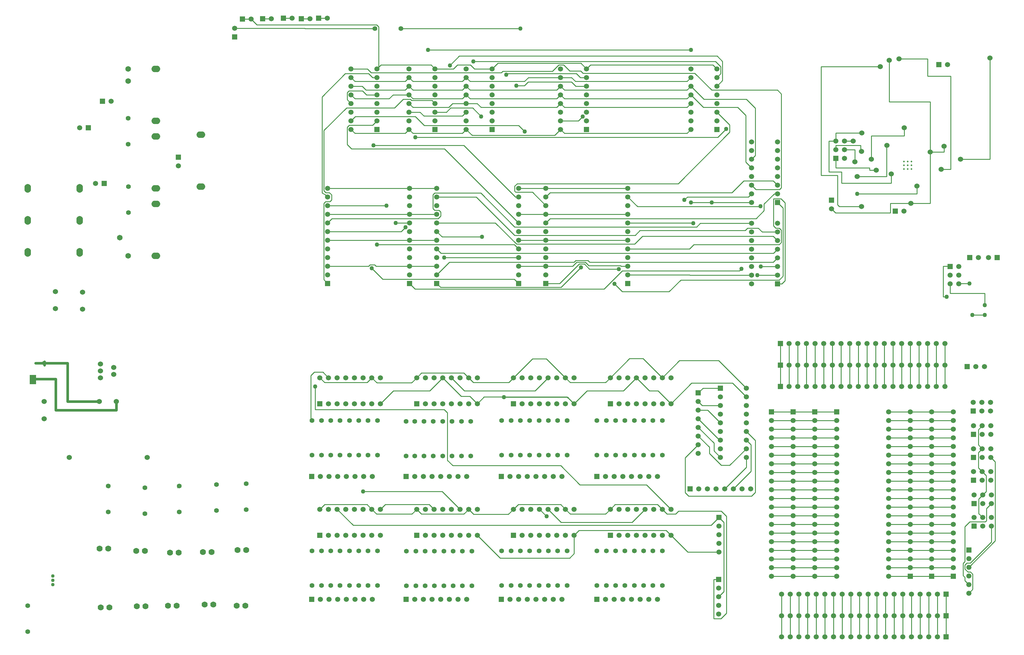
<source format=gbr>
G04 Layer_Physical_Order=2*
G04 Layer_Color=16711680*
%FSLAX26Y26*%
%MOIN*%
%TF.FileFunction,Copper,L2,Bot,Signal*%
%TF.Part,Single*%
G01*
G75*
%TA.AperFunction,NonConductor*%
%ADD26C,0.030000*%
%ADD27C,0.010000*%
%TA.AperFunction,ComponentPad*%
%ADD35C,0.059055*%
%ADD36R,0.059055X0.059055*%
%ADD37R,0.059055X0.059055*%
%ADD38C,0.055118*%
%TA.AperFunction,ViaPad*%
%ADD39C,0.060000*%
%TA.AperFunction,ComponentPad*%
%ADD40R,0.059000X0.059000*%
%ADD41C,0.059000*%
%ADD42O,0.100000X0.075000*%
%ADD43O,0.075000X0.100000*%
%ADD44C,0.065000*%
%ADD45C,0.070000*%
%TA.AperFunction,ViaPad*%
%ADD46C,0.050000*%
%ADD47C,0.019685*%
%ADD48C,0.040000*%
%TA.AperFunction,NonConductor*%
%ADD49R,0.075000X0.105000*%
D26*
X1415000Y3705000D02*
X2113425D01*
Y3805000D01*
X1180000Y4250000D02*
X1550000D01*
Y3805000D02*
Y4250000D01*
X1285000Y4225000D02*
Y4265000D01*
X1185000Y4065000D02*
X1415000D01*
Y3705000D02*
Y4065000D01*
X1550000Y3805000D02*
X1916575D01*
D27*
Y3805000D01*
X5583096Y2560000D02*
X5638096Y2505000D01*
X6128096D01*
X6183096Y2560000D01*
X4465000D02*
X4520000Y2615000D01*
X5010000D01*
X5065000Y2560000D01*
X7246190Y2615000D02*
X7301190Y2560000D01*
X6756190Y2615000D02*
X7246190D01*
X6701190Y2560000D02*
X6756190Y2615000D01*
X6128096Y4135000D02*
X6183096Y4080000D01*
X5638096Y4135000D02*
X6128096D01*
X5583096Y4080000D02*
X5638096Y4135000D01*
X8364286Y2615000D02*
X8419286Y2560000D01*
X7874286Y2615000D02*
X8364286D01*
X7819286Y2560000D02*
X7874286Y2615000D01*
X4465000Y4080000D02*
X4520000Y4025000D01*
X5010000D01*
X5065000Y4080000D01*
X7819286D02*
X8042286Y4303000D01*
X8196286D01*
X8419286Y4080000D01*
X5728096Y2615000D02*
X5783096Y2560000D01*
X5220000Y2615000D02*
X5728096D01*
X5165000Y2560000D02*
X5220000Y2615000D01*
X5983096Y4080000D02*
X6133096Y3930000D01*
X6951190D01*
X7101190Y4080000D01*
X8069286Y2410000D02*
X8219286Y2560000D01*
X7251190Y2410000D02*
X8069286D01*
X7101190Y2560000D02*
X7251190Y2410000D01*
X9072000Y4278000D02*
X9390000Y3960000D01*
X8617286Y4278000D02*
X9072000D01*
X8419286Y4080000D02*
X8617286Y4278000D01*
X9232214Y4017786D02*
X9390000Y3860000D01*
X8757072Y4017786D02*
X9232214D01*
X8519286Y3780000D02*
X8757072Y4017786D01*
X5883096Y4080000D02*
X6099096Y3864000D01*
X6199096D01*
X6283096Y3780000D01*
X5877096Y2766000D02*
X6083096Y2560000D01*
X4965000Y2766000D02*
X5877096D01*
X5733096Y3930000D02*
X5883096Y4080000D01*
X5315000Y3930000D02*
X5733096D01*
X5165000Y3780000D02*
X5315000Y3930000D01*
X9075000Y2465000D02*
X9130000Y2410000D01*
Y1610000D02*
Y2410000D01*
X9070000Y1550000D02*
X9130000Y1610000D01*
X8419286Y2560000D02*
X8474286Y2505000D01*
X8574000D01*
X8609000Y2540000D01*
X9100000D01*
X9160000Y2480000D01*
Y1359000D02*
Y2480000D01*
X9096000Y1295000D02*
X9160000Y1359000D01*
X9015000Y1295000D02*
X9096000D01*
X9015000D02*
Y1750000D01*
X9070000D01*
X8119286Y4080000D02*
X8269286Y3930000D01*
X8369286D01*
X8519286Y3780000D01*
X7326190Y3855000D02*
X7401190Y3780000D01*
Y2260000D02*
X7456190Y2315000D01*
X8464286D01*
X8519286Y2260000D01*
X7001190Y2560000D02*
X7084190Y2477000D01*
X4500000Y4145000D02*
X4565000Y4080000D01*
X4400000Y4145000D02*
X4500000D01*
X4360000Y4105000D02*
X4400000Y4145000D01*
X4360000Y3585000D02*
X4374882D01*
X9140000Y2795000D02*
X9390000Y3045000D01*
Y3160000D01*
Y3360000D02*
X9445000Y3305000D01*
Y3000000D02*
Y3305000D01*
X9240000Y2795000D02*
X9445000Y3000000D01*
X9016000Y3234000D02*
X9090000Y3160000D01*
X9016000Y3234000D02*
Y3324000D01*
X8835000Y3505000D02*
X9016000Y3324000D01*
X8835000Y3405000D02*
X8963000Y3277000D01*
Y3204000D02*
Y3277000D01*
Y3204000D02*
X9100000Y3067000D01*
X9197000D01*
X9390000Y3260000D01*
X8835000Y3605000D02*
X9060000Y3380000D01*
X9090000Y3360000D02*
Y3380000D01*
X9390000Y3460000D02*
X9495000Y3355000D01*
Y2755000D02*
Y3355000D01*
X9451000Y2711000D02*
X9495000Y2755000D01*
X8725000Y2711000D02*
X9451000D01*
X8685000Y2751000D02*
X8725000Y2711000D01*
X8685000Y2751000D02*
Y3155000D01*
X8835000Y3305000D01*
Y3705000D02*
X8945000D01*
X9090000Y3560000D01*
X8835000Y3805000D02*
X8880000Y3760000D01*
X9090000D01*
X8835000Y3905000D02*
X8890000Y3960000D01*
X9090000D01*
X4665000Y2560000D02*
X4851000Y2374000D01*
X8984000D01*
X9075000Y2465000D01*
X4410000Y3713000D02*
Y3980000D01*
Y3713000D02*
X5901000D01*
X5938000Y3676000D01*
Y3126000D02*
Y3676000D01*
Y3126000D02*
X6000000Y3064000D01*
X7246000D01*
X7469000Y2841000D01*
X8238286D01*
X8519286Y2560000D01*
X6283096Y2260000D02*
X6547096Y1996000D01*
X7350000D01*
X7401190Y2047190D01*
Y2260000D01*
X8519286D02*
X8714286Y2065000D01*
X9075000D01*
X7322190Y3855000D02*
X7401190Y3780000D01*
X7322190Y3855000D02*
Y3859000D01*
X6283096Y3780000D02*
X6362096Y3859000D01*
X7401190Y3780000D02*
X7551190Y3930000D01*
X7969286D01*
X8119286Y4080000D01*
X6642190Y2501000D02*
X6701190Y2560000D01*
X6242096Y2501000D02*
X6642190D01*
X6183096Y2560000D02*
X6242096Y2501000D01*
X7764286Y2505000D02*
X7819286Y2560000D01*
X7356190Y2505000D02*
X7764286D01*
X7301190Y2560000D02*
X7356190Y2505000D01*
X5528096D02*
X5583096Y2560000D01*
X5120000Y2505000D02*
X5528096D01*
X5065000Y2560000D02*
X5120000Y2505000D01*
X5524096Y4021000D02*
X5583096Y4080000D01*
X5124000Y4021000D02*
X5524096D01*
X5065000Y4080000D02*
X5124000Y4021000D01*
X6646190Y4025000D02*
X6701190Y4080000D01*
X6238096Y4025000D02*
X6646190D01*
X6183096Y4080000D02*
X6238096Y4025000D01*
X7081190Y4300000D02*
X7301190Y4080000D01*
X6921190Y4300000D02*
X7081190D01*
X6701190Y4080000D02*
X6921190Y4300000D01*
X7764286Y4025000D02*
X7819286Y4080000D01*
X7356190Y4025000D02*
X7764286D01*
X7301190Y4080000D02*
X7356190Y4025000D01*
X9060000Y3380000D02*
X9090000D01*
X4360000Y3585000D02*
Y4105000D01*
X6590000Y3855000D02*
X7322190D01*
X7326190D01*
X6362096Y3859000D02*
X7322190D01*
X11999252Y4805000D02*
X12144252D01*
X11744252Y5055000D02*
X12144252D01*
X11744252D02*
Y5168307D01*
X11662992Y5015000D02*
X11704252D01*
X11662992D02*
Y5368307D01*
X11744252D01*
X11849252Y5168307D02*
X11852559Y5165000D01*
X12144252Y4920000D02*
Y5055000D01*
X11852559Y5165000D02*
X11857559Y5170000D01*
X11962559D01*
X11214252Y6875000D02*
Y6970000D01*
X10834252Y6875000D02*
X11214252D01*
X10834252Y6605000D02*
Y6875000D01*
X10344252Y6815000D02*
X10424252D01*
X10344252Y6460000D02*
Y6815000D01*
Y6460000D02*
X10489252D01*
Y6330000D02*
Y6460000D01*
Y6330000D02*
X11064252D01*
Y6435000D01*
X11009252Y6405000D02*
Y6765433D01*
X10669252Y6405000D02*
X11009252D01*
X10424252Y6505000D02*
Y6615000D01*
Y6505000D02*
X10814252D01*
Y6480000D02*
Y6505000D01*
Y6480000D02*
X10889252D01*
X11289252Y6095000D02*
X11514252D01*
Y6690000D01*
Y7270000D01*
X11042402D02*
X11514252D01*
X11042402D02*
Y7750000D01*
X11359252Y6205866D02*
Y6295000D01*
X10524252Y6815000D02*
X10624252D01*
X10524252Y6715000D02*
X10644252D01*
Y6575000D02*
Y6715000D01*
X10709252Y6694567D02*
Y6765000D01*
X10424252Y6715000D02*
Y6765000D01*
X10709252D01*
Y6694567D02*
X10719252D01*
X10424252Y6910000D02*
X10724252D01*
X10424252Y6815000D02*
Y6910000D01*
X11009252Y6765433D02*
X11014252D01*
X10254252Y7675000D02*
X10936102D01*
X10254252Y6420000D02*
Y7675000D01*
Y6420000D02*
X10444252D01*
Y6080000D02*
Y6420000D01*
Y6080000D02*
X10464252Y6060000D01*
X10719252D01*
X10374252Y6030866D02*
X10420118Y5985000D01*
X11054252D01*
Y6095000D01*
X11154252Y7765000D02*
X11484252D01*
Y7565000D02*
Y7765000D01*
Y7565000D02*
X11749252D01*
Y6490000D02*
Y7565000D01*
X11639252Y6490000D02*
X11749252D01*
X11054252Y6095000D02*
X11289252D01*
X11674252Y6690000D02*
Y6755000D01*
X11514252Y6690000D02*
X11674252D01*
X12204252Y6605000D02*
Y7775000D01*
X11864252Y6605000D02*
X12204252D01*
X10669252Y6205866D02*
X11359252D01*
X11960000Y1890000D02*
X12265000Y2195000D01*
Y3110000D01*
X12215000Y3160000D02*
X12265000Y3110000D01*
X11915000Y1735000D02*
X11960000Y1690000D01*
X11915000Y1735000D02*
Y1773614D01*
X11895472Y1793142D02*
X11915000Y1773614D01*
X11895472Y1793142D02*
Y1935000D01*
X11915000Y1954528D01*
Y2360000D01*
X11970000Y2415000D01*
X12150000D01*
X12165000Y2430000D01*
Y2570000D01*
X12220000Y2625000D01*
X11960000Y1590000D02*
X12005000Y1635000D01*
Y1810000D01*
X11980000Y1835000D02*
X12005000Y1810000D01*
X11950000Y1835000D02*
X11980000D01*
X11915472Y1869528D02*
X11950000Y1835000D01*
X11915472Y1869528D02*
Y1915472D01*
X11938000Y1938000D01*
X11977000D01*
X12220000Y2181000D01*
Y2365000D01*
X12070000Y3480000D02*
X12115000Y3525000D01*
X12070000Y3305000D02*
Y3480000D01*
Y3305000D02*
X12115000Y3260000D01*
X12070000Y3215000D02*
X12115000Y3260000D01*
X12070000Y3040000D02*
Y3215000D01*
Y3040000D02*
X12115000Y2995000D01*
X12120000Y2725000D02*
X12160000Y2765000D01*
Y2950000D01*
X12115000Y2995000D02*
X12160000Y2950000D01*
X12075000Y2680000D02*
X12120000Y2725000D01*
X12075000Y2510000D02*
Y2680000D01*
Y2510000D02*
X12120000Y2465000D01*
X11035000Y1785000D02*
X11285000D01*
X11530000D01*
X11780000D01*
X11285000Y1885000D02*
X11530000D01*
X11780000D01*
X11035000Y1985000D02*
X11285000D01*
X11530000D01*
X11780000D01*
X11035000Y2085000D02*
X11285000D01*
X11530000D01*
X11780000D01*
X11035000Y2185000D02*
X11285000D01*
X11530000D01*
X11780000D01*
X11035000Y2285000D02*
X11285000D01*
X11530000D01*
X11780000D01*
X11285000Y2385000D02*
X11530000D01*
X11780000D01*
X11035000Y2485000D02*
X11285000D01*
X11530000D01*
X11780000D01*
X11035000Y2585000D02*
X11285000D01*
X11530000D01*
X11780000D01*
X11035000Y2685000D02*
X11285000D01*
X11530000D01*
X11780000D01*
X11035000Y2785000D02*
X11285000D01*
X11530000D01*
X11780000D01*
X11035000Y2885000D02*
X11285000D01*
X11530000D01*
X11780000D01*
X11035000Y2985000D02*
X11285000D01*
X11530000D01*
X11780000D01*
X11035000Y3085000D02*
X11285000D01*
X11530000D01*
X11780000D01*
X11035000Y3185000D02*
X11285000D01*
X11530000D01*
X11780000D01*
X11035000Y3285000D02*
X11285000D01*
X11530000D01*
X11780000D01*
X11035000Y3385000D02*
X11285000D01*
X11530000D01*
X11780000D01*
X11285000Y3485000D02*
X11530000D01*
X11780000D01*
X11035000Y3585000D02*
X11285000D01*
X11530000D01*
X11780000D01*
X11285000Y3685000D02*
X11530000D01*
X11780000D01*
X9680000D02*
X9930000D01*
X10180000D01*
X10435000D01*
X9680000Y3585000D02*
X9930000D01*
X10180000D01*
X10435000D01*
X9680000Y3485000D02*
X9930000D01*
X10180000D01*
X9680000Y3385000D02*
X9930000D01*
X10180000D01*
X10435000D01*
X9680000Y3285000D02*
X9930000D01*
X10180000D01*
X10435000D01*
X9680000Y3185000D02*
X9930000D01*
X10180000D01*
X9680000Y3085000D02*
X9930000D01*
X10180000D01*
X10435000D01*
X9680000Y2985000D02*
X9930000D01*
X10180000D01*
X9680000Y2885000D02*
X9930000D01*
X10180000D01*
X10435000D01*
X9680000Y2785000D02*
X9930000D01*
X10180000D01*
X10435000D01*
X9680000Y2685000D02*
X9930000D01*
X10180000D01*
X9680000Y2585000D02*
X9930000D01*
X10180000D01*
X9680000Y2485000D02*
X9930000D01*
X10180000D01*
X9680000Y2385000D02*
X9930000D01*
X10180000D01*
X10435000D01*
X9680000Y2285000D02*
X9930000D01*
X10180000D01*
X10435000D01*
X9680000Y2185000D02*
X9930000D01*
X10180000D01*
X9680000Y2085000D02*
X9930000D01*
X10180000D01*
X10435000D01*
X9680000Y1985000D02*
X9930000D01*
X10180000D01*
X10435000D01*
X9680000Y1885000D02*
X9930000D01*
X10180000D01*
X10435000D01*
X9680000Y1785000D02*
X9930000D01*
X10180000D01*
X11699000Y1085000D02*
Y1330000D01*
Y1580000D01*
X11599000Y1085000D02*
Y1330000D01*
Y1580000D01*
X11499000Y1085000D02*
Y1330000D01*
Y1580000D01*
X11399000Y1085000D02*
Y1330000D01*
Y1580000D01*
X11299000Y1085000D02*
Y1330000D01*
Y1580000D01*
X11199000Y1085000D02*
Y1330000D01*
Y1580000D01*
X11099000Y1085000D02*
Y1330000D01*
Y1580000D01*
X10999000Y1085000D02*
Y1330000D01*
Y1580000D01*
X10899000Y1085000D02*
Y1330000D01*
Y1580000D01*
X10799000Y1085000D02*
Y1330000D01*
Y1580000D01*
X10699000Y1085000D02*
Y1330000D01*
Y1580000D01*
X10599000Y1085000D02*
Y1330000D01*
Y1580000D01*
X10499000Y1085000D02*
Y1330000D01*
Y1580000D01*
X10399000Y1085000D02*
Y1330000D01*
Y1580000D01*
X10299000Y1085000D02*
Y1330000D01*
Y1580000D01*
X10199000Y1085000D02*
Y1330000D01*
Y1580000D01*
X10099000Y1085000D02*
Y1330000D01*
Y1580000D01*
X9999000Y1085000D02*
Y1330000D01*
Y1580000D01*
X9899000Y1085000D02*
Y1330000D01*
Y1580000D01*
X9799000Y1085000D02*
Y1330000D01*
Y1580000D01*
X9785000Y3980000D02*
Y4225000D01*
Y4475000D01*
X9885000Y3980000D02*
Y4225000D01*
Y4475000D01*
X9985000Y3980000D02*
Y4225000D01*
Y4475000D01*
X10085000Y3980000D02*
Y4225000D01*
Y4475000D01*
X10185000Y3980000D02*
Y4225000D01*
Y4475000D01*
X10285000Y3980000D02*
Y4225000D01*
Y4475000D01*
X10385000Y3980000D02*
Y4225000D01*
Y4475000D01*
X10485000Y3980000D02*
Y4225000D01*
Y4475000D01*
X10585000Y3980000D02*
Y4225000D01*
Y4475000D01*
X10685000Y3980000D02*
Y4225000D01*
Y4475000D01*
X10785000Y3980000D02*
Y4225000D01*
Y4475000D01*
X10885000Y3980000D02*
Y4225000D01*
Y4475000D01*
X10985000Y3980000D02*
Y4225000D01*
Y4475000D01*
X11085000Y3980000D02*
Y4225000D01*
Y4475000D01*
X11185000Y3980000D02*
Y4225000D01*
Y4475000D01*
X11285000Y3980000D02*
Y4225000D01*
Y4475000D01*
X11385000Y3980000D02*
Y4225000D01*
Y4475000D01*
X11485000Y3980000D02*
Y4225000D01*
Y4475000D01*
X11585000Y3980000D02*
Y4225000D01*
Y4475000D01*
X11685000Y3980000D02*
Y4225000D01*
Y4475000D01*
X10180000Y1785000D02*
X10435000D01*
X10180000Y2185000D02*
X10435000D01*
X10180000Y2485000D02*
X10435000D01*
X10180000Y2585000D02*
X10435000D01*
X10180000Y2685000D02*
X10435000D01*
X10180000Y2985000D02*
X10435000D01*
X10180000Y3185000D02*
X10435000D01*
X10180000Y3485000D02*
X10435000D01*
X11035000D02*
X11279000D01*
X11035000Y3685000D02*
X11285000D01*
X11035000Y2385000D02*
X11285000D01*
X11035000Y1885000D02*
X11285000D01*
X5143000Y7668000D02*
Y8135000D01*
Y7650000D02*
Y7668000D01*
X5170000Y7695000D01*
X5125000Y7650000D02*
X5143000Y7668000D01*
X8990000Y6105000D02*
X9450000D01*
X8750000D02*
X8990000D01*
X5905000Y6725000D02*
X6760000Y5870000D01*
X4830000Y6725000D02*
X5905000D01*
X4780000Y6775000D02*
X4830000Y6725000D01*
X4780000Y6775000D02*
Y6975000D01*
X4805000Y7000000D01*
X5075000D01*
X5125000Y7050000D01*
X5085000Y6766000D02*
X6127112D01*
X6723112Y6170000D01*
X6760000D01*
X7245000Y7250000D02*
X7290000Y7205000D01*
X8705000D01*
X8750000Y7250000D01*
X5998000D02*
X6155000D01*
X5953000Y7205000D02*
X5998000Y7250000D01*
X5540000Y7205000D02*
X5953000D01*
X5495000Y7250000D02*
X5540000Y7205000D01*
X4780000Y7295000D02*
X4825000Y7250000D01*
X4780000Y7295000D02*
Y7375000D01*
X4800000Y7395000D01*
X4959000D01*
X5004000Y7350000D01*
X5125000D01*
X4528724Y6196276D02*
X4555000Y6170000D01*
X4490472Y6215000D02*
X4528724Y6196276D01*
X4490472Y6215000D02*
Y7326472D01*
X4759000Y7595000D01*
X5028208D01*
X5073208Y7550000D01*
X5125000D01*
X7545000Y7650000D02*
X7590000Y7695000D01*
X9005000D01*
X9050000Y7650000D01*
X7480472Y7714528D02*
X7545000Y7650000D01*
X6519528Y7714528D02*
X7480472D01*
X6455000Y7650000D02*
X6519528Y7714528D01*
X5170000Y7695000D02*
X5750000D01*
X5795000Y7650000D01*
X4825000D02*
X5013472D01*
X5058000Y7605472D01*
X6559472D01*
X6577000Y7623000D01*
X7151000D01*
X7222528Y7694528D01*
X7280472D01*
X7351000Y7624000D01*
X7479000D01*
X7503000Y7600000D01*
X8795000D01*
X8991000Y7404000D01*
X9750000D01*
X9795000Y7359000D01*
Y6275000D02*
Y7359000D01*
X9775000Y6255000D02*
X9795000Y6275000D01*
X9500000Y6255000D02*
X9775000D01*
X9450000Y6305000D02*
X9500000Y6255000D01*
X4825000Y7550000D02*
X4870000Y7505000D01*
X5450000D01*
X5495000Y7550000D01*
X9450000Y6605000D02*
X9495000Y6650000D01*
Y7195000D01*
X9390000Y7300000D02*
X9495000Y7195000D01*
X8900000Y7300000D02*
X9390000D01*
X8750000Y7450000D02*
X8900000Y7300000D01*
X7245000Y7450000D02*
X7290000Y7405000D01*
X8705000D01*
X8750000Y7450000D01*
X6155000D02*
X6200000Y7405000D01*
X7200000D01*
X7245000Y7450000D01*
X9383000Y6572000D02*
X9450000Y6505000D01*
X9383000Y6572000D02*
Y7113000D01*
X9291000Y7205000D02*
X9383000Y7113000D01*
X8895000Y7205000D02*
X9291000D01*
X8750000Y7350000D02*
X8895000Y7205000D01*
X7245000Y7350000D02*
X7290000Y7305000D01*
X8705000D01*
X8750000Y7350000D01*
X4825000D02*
X4870000Y7305000D01*
X5265000D01*
X5310000Y7350000D01*
X5495000D01*
X5540000Y7305000D01*
X6110000D01*
X6155000Y7350000D01*
X6762000Y6995000D02*
X6832000Y6925000D01*
X5671000Y6995000D02*
X6762000D01*
X5566000Y7100000D02*
X5671000Y6995000D01*
X4875000Y7100000D02*
X5566000D01*
X4825000Y7050000D02*
X4875000Y7100000D01*
X7245000Y6950000D02*
X7290000Y6905000D01*
X8705000D01*
X8750000Y6950000D01*
X7177020Y6882020D02*
X7245000Y6950000D01*
X6222980Y6882020D02*
X7177020D01*
X6155000Y6950000D02*
X6222980Y6882020D01*
X4825000Y6950000D02*
X4870000Y6905000D01*
X5450000D01*
X5495000Y6950000D01*
X5540000Y6905000D01*
X6110000D01*
X6155000Y6950000D01*
X9700000Y6355000D02*
X9750000Y6305000D01*
X9360000Y6355000D02*
X9700000D01*
X9225000Y6220000D02*
X9360000Y6355000D01*
X7125000Y6220000D02*
X9225000D01*
X7075000Y6170000D02*
X7125000Y6220000D01*
X5342000Y5870000D02*
X5500000D01*
X9750000Y5165000D02*
X9801000D01*
X9839000Y5203000D01*
Y6101000D01*
X9790000Y6150000D02*
X9839000Y6101000D01*
X9705000Y6150000D02*
X9790000D01*
X9705000Y5834528D02*
Y6150000D01*
Y5834528D02*
X9730000Y5809528D01*
X9770000D01*
X9794528Y5785000D01*
Y5644528D02*
Y5785000D01*
X9770000Y5620000D02*
X9794528Y5644528D01*
X8785000Y5620000D02*
X9770000D01*
X8735000Y5570000D02*
X8785000Y5620000D01*
X8020000Y5570000D02*
X8735000D01*
X5815000Y5270000D02*
X5960000Y5415000D01*
X7400000D01*
X7420000Y5435000D01*
X7560000D01*
X7580000Y5415000D01*
X9700000D01*
X9750000Y5465000D01*
X9705000Y5520000D02*
X9750000Y5565000D01*
X5865000Y5520000D02*
X9705000D01*
X5815000Y5570000D02*
X5865000Y5520000D01*
X5815000Y5870000D02*
X6491000D01*
X6736000Y5625000D01*
X8102000D01*
X8192000Y5715000D01*
X9700000D01*
X9750000Y5665000D01*
X9573000Y5765000D02*
X9750000D01*
X9528000Y5810000D02*
X9573000Y5765000D01*
X9405000Y5810000D02*
X9528000D01*
X9376000Y5781000D02*
X9405000Y5810000D01*
X8162000Y5781000D02*
X9376000D01*
X8106000Y5725000D02*
X8162000Y5781000D01*
X6715000Y5725000D02*
X8106000D01*
X6270000Y6170000D02*
X6715000Y5725000D01*
X5815000Y6170000D02*
X6270000D01*
X8740000Y5265000D02*
X9450000D01*
X8735000Y5270000D02*
X8740000Y5265000D01*
X8020000Y5270000D02*
X8735000D01*
X5900000Y5470000D02*
X6760000D01*
X5760000Y7285000D02*
X5795000Y7250000D01*
X5525000Y7285000D02*
X5760000D01*
X5510000Y7300000D02*
X5525000Y7285000D01*
X5428000Y7300000D02*
X5510000D01*
X5328000Y7200000D02*
X5428000Y7300000D01*
X4773000Y7200000D02*
X5328000D01*
X4510472Y6937472D02*
X4773000Y7200000D01*
X4510472Y6242528D02*
Y6937472D01*
Y6242528D02*
X4533000Y6220000D01*
X4575000D01*
X4600000Y6195000D01*
Y6135000D02*
Y6195000D01*
X4580000Y6115000D02*
X4600000Y6135000D01*
X4530000Y6115000D02*
X4580000D01*
X4510000Y6095000D02*
X4530000Y6115000D01*
X4510000Y5215000D02*
Y6095000D01*
Y5215000D02*
X4555000Y5170000D01*
Y5770000D02*
X5405000D01*
X5455000Y5820000D01*
X4555000Y6070000D02*
X5235000D01*
X5065000Y5345000D02*
X5190000Y5220000D01*
X6710000D01*
X6760000Y5170000D01*
X6921000Y6224000D02*
X7075000Y6070000D01*
X6726000Y6224000D02*
X6921000D01*
X6715000Y6235000D02*
X6726000Y6224000D01*
X6715000Y6235000D02*
Y6295000D01*
X6743000Y6323000D01*
X8605000D01*
X9199000Y6917000D01*
Y7001000D01*
X9050000Y7150000D02*
X9199000Y7001000D01*
X5500000Y5170000D02*
X5564528Y5105472D01*
X7746010D01*
X7957000Y5316462D01*
X9309462D01*
X9333000Y5340000D01*
X9061000Y6857000D02*
X9159000Y6955000D01*
X5568000Y6857000D02*
X9061000D01*
X6236472Y7734528D02*
X9034472D01*
X9094528Y7674472D01*
Y7594528D02*
Y7674472D01*
X9050000Y7550000D02*
X9094528Y7594528D01*
X7075000Y5170000D02*
X7235000D01*
X7460000Y5395000D01*
X7520000D01*
X7579000Y5336000D01*
X7917000D01*
X7250472Y5125472D02*
X7480000Y5355000D01*
X5859528Y5125472D02*
X7250472D01*
X5815000Y5170000D02*
X5859528Y5125472D01*
X7420000Y7450000D02*
X7545000D01*
X7372000Y7498000D02*
X7420000Y7450000D01*
X6871000Y7498000D02*
X7372000D01*
X6828000Y7455000D02*
X6871000Y7498000D01*
X6735000Y7455000D02*
X6828000D01*
X5876000Y5709000D02*
X6339000D01*
X5815000Y5770000D02*
X5876000Y5709000D01*
X5400000Y8115000D02*
X6780000D01*
X7245000Y7050000D02*
X7450000D01*
X7500000Y7100000D01*
X4295000Y8115000D02*
X5100000D01*
X4290000Y8120000D02*
X4295000Y8115000D01*
X3480000Y8120000D02*
X4290000D01*
X9517000Y5265000D02*
X9750000D01*
X8771000Y5870000D02*
X8776000Y5865000D01*
X8020000Y5870000D02*
X8771000D01*
X7075000D02*
X7125000Y5920000D01*
X9503214D01*
X9595000Y6011786D01*
Y6086888D01*
X9713112Y6205000D01*
X9750000D01*
X9558000Y5365000D02*
X9750000D01*
X9551000Y6057000D02*
X9555000Y6061000D01*
X8133000Y6057000D02*
X9551000D01*
X8020000Y6170000D02*
X8133000Y6057000D01*
X8858000Y5865000D02*
X9450000D01*
X8816000Y5823000D02*
X8858000Y5865000D01*
X6715000Y5823000D02*
X8816000D01*
X6323000Y6215000D02*
X6715000Y5823000D01*
X5790000Y6215000D02*
X6323000D01*
X5770000Y6195000D02*
X5790000Y6215000D01*
X5770000Y6035000D02*
Y6195000D01*
Y6035000D02*
X5790000Y6015000D01*
X5840000D01*
X5860000Y5995000D01*
Y5950000D02*
Y5995000D01*
X5830000Y5920000D02*
X5860000Y5950000D01*
X4605000Y5920000D02*
X5830000D01*
X4555000Y5870000D02*
X4605000Y5920000D01*
X9750000Y6105000D02*
X9814528Y6040472D01*
Y5254528D02*
Y6040472D01*
X9770000Y5210000D02*
X9814528Y5254528D01*
X8634000Y5210000D02*
X9770000D01*
X8499000Y5075000D02*
X8634000Y5210000D01*
X7957000Y5075000D02*
X8499000D01*
X7867000Y5165000D02*
X7957000Y5075000D01*
X7075000Y5370000D02*
X7385000D01*
X7430000Y5415000D01*
X7531462D01*
X7570000Y5376462D01*
X7939000D01*
X7945462Y5370000D01*
X8020000D01*
X8675000Y6135000D02*
X8710000Y6170000D01*
X9415000D01*
X9450000Y6205000D01*
X5125000Y5620000D02*
X6710000D01*
X6760000Y5570000D01*
X5795000Y7150000D02*
X5927000D01*
X5975000Y7198000D01*
X6230000D01*
X6328000Y7100000D01*
X5112830Y5370000D02*
X5500000D01*
X5097000Y5385830D02*
X5112830Y5370000D01*
X5042830Y5385830D02*
X5097000D01*
X5027000Y5370000D02*
X5042830Y5385830D01*
X4555000Y5370000D02*
X5027000D01*
X6155000Y7350000D02*
X6200000Y7305000D01*
X7200000D01*
X7245000Y7350000D01*
X5495000Y7450000D02*
X5540000Y7405000D01*
X6110000D01*
X6155000Y7450000D01*
X4825000D02*
X4953000D01*
X4998000Y7405000D01*
X5450000D01*
X5495000Y7450000D01*
Y7550000D02*
X5540000Y7505000D01*
X6110000D01*
X6155000Y7550000D01*
X6873000D02*
X7245000D01*
X6828000Y7505000D02*
X6873000Y7550000D01*
X6200000Y7505000D02*
X6828000D01*
X6155000Y7550000D02*
X6200000Y7505000D01*
X7245000Y7550000D02*
X7372000D01*
X7417000Y7505000D01*
X8705000D01*
X8750000Y7550000D01*
X5495000Y7150000D02*
X5622000D01*
X5667000Y7105000D01*
X6110000D01*
X6155000Y7150000D01*
X7473000Y7550000D02*
X7545000D01*
X7428000Y7595000D02*
X7473000Y7550000D01*
X6629000Y7595000D02*
X7428000D01*
X6617000Y7583000D02*
X6629000Y7595000D01*
X5715000Y7870000D02*
X8750000D01*
X5967000Y7689000D02*
X6075000Y7797000D01*
X9053000D01*
X9114528Y7735472D01*
Y7514528D02*
Y7735472D01*
X9050000Y7450000D02*
X9114528Y7514528D01*
X6250306Y7650000D02*
X6455000D01*
X6205306Y7695000D02*
X6250306Y7650000D01*
X6054154Y7695000D02*
X6205306D01*
X6007604Y7648450D02*
X6054154Y7695000D01*
X5929154Y7648450D02*
X6007604D01*
X5927604Y7650000D02*
X5929154Y7648450D01*
X5795000Y7650000D02*
X5927604D01*
X7200000Y7205000D02*
X7245000Y7250000D01*
X6327000Y7205000D02*
X7200000D01*
X6282000Y7250000D02*
X6327000Y7205000D01*
X6155000Y7250000D02*
X6282000D01*
X4250000Y8230000D02*
X4350000D01*
X5125000Y7650000D02*
X5143000D01*
X5120000Y8158000D02*
X5143000Y8135000D01*
X3737000Y8158000D02*
X5120000D01*
X3670000Y8225000D02*
X3737000Y8158000D01*
X3805000Y8230000D02*
X3905000D01*
X3570000Y8225000D02*
X3670000D01*
X4045000Y8235000D02*
X4145000D01*
X4450000D02*
X4550000D01*
X7075000Y5670000D02*
X8020000D01*
X6760000D02*
X7075000D01*
Y5970000D02*
X8020000D01*
X6760000D02*
X7075000D01*
Y6270000D02*
X8020000D01*
X6760000D02*
X7075000D01*
X5500000Y5370000D02*
X5815000D01*
X4555000Y5670000D02*
X5500000D01*
X5815000D01*
X4555000Y5970000D02*
X5500000D01*
X5815000D01*
X4555000Y6270000D02*
X5500000D01*
X5815000D01*
X6760000Y5370000D02*
X7075000D01*
X2015000Y2825000D02*
X2030000Y2810000D01*
X3605000Y2845000D02*
X3615000Y2855000D01*
X2840000Y2830000D02*
X2855000Y2845000D01*
X2820000Y2810000D02*
X2840000Y2830000D01*
D35*
X5165000Y2560000D02*
D03*
X5065000D02*
D03*
X4965000D02*
D03*
X4865000D02*
D03*
X4765000D02*
D03*
X4665000D02*
D03*
X4565000D02*
D03*
X4465000D02*
D03*
X5165000Y2260000D02*
D03*
X5065000D02*
D03*
X4965000D02*
D03*
X4865000D02*
D03*
X4765000D02*
D03*
X4665000D02*
D03*
X4565000D02*
D03*
X6283096Y2560000D02*
D03*
X6183096D02*
D03*
X6083096D02*
D03*
X5983096D02*
D03*
X5883096D02*
D03*
X5783096D02*
D03*
X5683096D02*
D03*
X5583096D02*
D03*
X6283096Y2260000D02*
D03*
X6183096D02*
D03*
X6083096D02*
D03*
X5983096D02*
D03*
X5883096D02*
D03*
X5783096D02*
D03*
X5683096D02*
D03*
X7401190Y2560000D02*
D03*
X7301190D02*
D03*
X7201190D02*
D03*
X7101190D02*
D03*
X7001190D02*
D03*
X6901190D02*
D03*
X6801190D02*
D03*
X6701190D02*
D03*
X7401190Y2260000D02*
D03*
X7301190D02*
D03*
X7201190D02*
D03*
X7101190D02*
D03*
X7001190D02*
D03*
X6901190D02*
D03*
X6801190D02*
D03*
X8519286Y2560000D02*
D03*
X8419286D02*
D03*
X8319286D02*
D03*
X8219286D02*
D03*
X8119286D02*
D03*
X8019286D02*
D03*
X7919286D02*
D03*
X7819286D02*
D03*
X8519286Y2260000D02*
D03*
X8419286D02*
D03*
X8319286D02*
D03*
X8219286D02*
D03*
X8119286D02*
D03*
X8019286D02*
D03*
X7919286D02*
D03*
X5165000Y4080000D02*
D03*
X5065000D02*
D03*
X4965000D02*
D03*
X4865000D02*
D03*
X4765000D02*
D03*
X4665000D02*
D03*
X4565000D02*
D03*
X4465000D02*
D03*
X5165000Y3780000D02*
D03*
X5065000D02*
D03*
X4965000D02*
D03*
X4865000D02*
D03*
X4765000D02*
D03*
X4665000D02*
D03*
X4565000D02*
D03*
X6283096Y4080000D02*
D03*
X6183096D02*
D03*
X6083096D02*
D03*
X5983096D02*
D03*
X5883096D02*
D03*
X5783096D02*
D03*
X5683096D02*
D03*
X5583096D02*
D03*
X6283096Y3780000D02*
D03*
X6183096D02*
D03*
X6083096D02*
D03*
X5983096D02*
D03*
X5883096D02*
D03*
X5783096D02*
D03*
X5683096D02*
D03*
X7401190Y4080000D02*
D03*
X7301190D02*
D03*
X7201190D02*
D03*
X7101190D02*
D03*
X7001190D02*
D03*
X6901190D02*
D03*
X6801190D02*
D03*
X6701190D02*
D03*
X7401190Y3780000D02*
D03*
X7301190D02*
D03*
X7201190D02*
D03*
X7101190D02*
D03*
X7001190D02*
D03*
X6901190D02*
D03*
X6801190D02*
D03*
X8519286Y4080000D02*
D03*
X8419286D02*
D03*
X8319286D02*
D03*
X8219286D02*
D03*
X8119286D02*
D03*
X8019286D02*
D03*
X7919286D02*
D03*
X7819286D02*
D03*
X8519286Y3780000D02*
D03*
X8419286D02*
D03*
X8319286D02*
D03*
X8219286D02*
D03*
X8119286D02*
D03*
X8019286D02*
D03*
X7919286D02*
D03*
X4470000Y1520000D02*
D03*
X4570000D02*
D03*
X4670000D02*
D03*
X4770000D02*
D03*
X4870000D02*
D03*
X4970000D02*
D03*
X5070000D02*
D03*
X7765000D02*
D03*
X7865000D02*
D03*
X7965000D02*
D03*
X8065000D02*
D03*
X8165000D02*
D03*
X8265000D02*
D03*
X8365000D02*
D03*
X6660000D02*
D03*
X6760000D02*
D03*
X6860000D02*
D03*
X6960000D02*
D03*
X7060000D02*
D03*
X7160000D02*
D03*
X7260000D02*
D03*
X5560000D02*
D03*
X5660000D02*
D03*
X5760000D02*
D03*
X5860000D02*
D03*
X5960000D02*
D03*
X6060000D02*
D03*
X6160000D02*
D03*
X7765000Y2940000D02*
D03*
X7865000D02*
D03*
X7965000D02*
D03*
X8065000D02*
D03*
X8165000D02*
D03*
X8265000D02*
D03*
X8365000D02*
D03*
X6660000D02*
D03*
X6760000D02*
D03*
X6860000D02*
D03*
X6960000D02*
D03*
X7060000D02*
D03*
X7160000D02*
D03*
X7260000D02*
D03*
X5560000D02*
D03*
X5660000D02*
D03*
X5760000D02*
D03*
X5860000D02*
D03*
X5960000D02*
D03*
X6060000D02*
D03*
X6160000D02*
D03*
X4470000D02*
D03*
X4570000D02*
D03*
X4670000D02*
D03*
X4770000D02*
D03*
X4870000D02*
D03*
X4970000D02*
D03*
X5070000D02*
D03*
X9390000Y3160000D02*
D03*
Y3260000D02*
D03*
Y3360000D02*
D03*
Y3460000D02*
D03*
Y3560000D02*
D03*
Y3660000D02*
D03*
Y3760000D02*
D03*
Y3860000D02*
D03*
Y3960000D02*
D03*
X9090000Y3160000D02*
D03*
Y3260000D02*
D03*
Y3360000D02*
D03*
Y3460000D02*
D03*
Y3560000D02*
D03*
Y3660000D02*
D03*
Y3760000D02*
D03*
Y3860000D02*
D03*
X8840000Y2795000D02*
D03*
X8940000D02*
D03*
X9040000D02*
D03*
X9140000D02*
D03*
X9240000D02*
D03*
X9340000D02*
D03*
X9440000D02*
D03*
X9075000Y2065000D02*
D03*
Y2165000D02*
D03*
Y2265000D02*
D03*
Y2365000D02*
D03*
X9070000Y1350000D02*
D03*
Y1450000D02*
D03*
Y1550000D02*
D03*
Y1650000D02*
D03*
X8835000Y3805000D02*
D03*
Y3705000D02*
D03*
Y3605000D02*
D03*
Y3505000D02*
D03*
Y3405000D02*
D03*
Y3305000D02*
D03*
Y3205000D02*
D03*
X12069252Y5470000D02*
D03*
X11844252Y5165000D02*
D03*
X11744252D02*
D03*
X11844252Y5265000D02*
D03*
X11744252D02*
D03*
X11844252Y5365000D02*
D03*
X12187992Y5470000D02*
D03*
X10374252Y6030866D02*
D03*
X11209252Y6005000D02*
D03*
X11713386Y7700000D02*
D03*
X10524252Y6815000D02*
D03*
X10424252D02*
D03*
X10524252Y6715000D02*
D03*
X10424252D02*
D03*
X10524252Y6615000D02*
D03*
X12140000Y4210000D02*
D03*
X12040000D02*
D03*
X12220000Y2465000D02*
D03*
Y2365000D02*
D03*
X12120000Y2465000D02*
D03*
Y2365000D02*
D03*
X12020000Y2465000D02*
D03*
X12220000Y2725000D02*
D03*
Y2625000D02*
D03*
X12120000Y2725000D02*
D03*
Y2625000D02*
D03*
X12020000Y2725000D02*
D03*
X12215000Y2995000D02*
D03*
Y2895000D02*
D03*
X12115000Y2995000D02*
D03*
Y2895000D02*
D03*
X12015000Y2995000D02*
D03*
X11960000Y1590000D02*
D03*
Y1690000D02*
D03*
Y1790000D02*
D03*
Y1890000D02*
D03*
Y1990000D02*
D03*
X12215000Y3260000D02*
D03*
Y3160000D02*
D03*
X12115000Y3260000D02*
D03*
Y3160000D02*
D03*
X12015000Y3260000D02*
D03*
X12215000Y3525000D02*
D03*
Y3425000D02*
D03*
X12115000Y3525000D02*
D03*
Y3425000D02*
D03*
X12015000Y3525000D02*
D03*
X12210000Y3795000D02*
D03*
Y3695000D02*
D03*
X12110000Y3795000D02*
D03*
Y3695000D02*
D03*
X12010000Y3795000D02*
D03*
X11685000Y4475000D02*
D03*
X11585000D02*
D03*
X11485000D02*
D03*
X11385000D02*
D03*
X11285000D02*
D03*
X11185000D02*
D03*
X11085000D02*
D03*
X10985000D02*
D03*
X10885000D02*
D03*
X10785000D02*
D03*
X10685000D02*
D03*
X10585000D02*
D03*
X10485000D02*
D03*
X10385000D02*
D03*
X10285000D02*
D03*
X10185000D02*
D03*
X10085000D02*
D03*
X9985000D02*
D03*
X9885000D02*
D03*
X11685000Y4225000D02*
D03*
X11585000D02*
D03*
X11485000D02*
D03*
X11385000D02*
D03*
X11285000D02*
D03*
X11185000D02*
D03*
X11085000D02*
D03*
X10985000D02*
D03*
X10885000D02*
D03*
X10785000D02*
D03*
X10685000D02*
D03*
X10585000D02*
D03*
X10485000D02*
D03*
X10385000D02*
D03*
X10285000D02*
D03*
X10185000D02*
D03*
X10085000D02*
D03*
X9985000D02*
D03*
X9885000D02*
D03*
X9799000Y1580000D02*
D03*
X9899000D02*
D03*
X9999000D02*
D03*
X10099000D02*
D03*
X10199000D02*
D03*
X10299000D02*
D03*
X10399000D02*
D03*
X10499000D02*
D03*
X10599000D02*
D03*
X10699000D02*
D03*
X10799000D02*
D03*
X10899000D02*
D03*
X10999000D02*
D03*
X11099000D02*
D03*
X11199000D02*
D03*
X11299000D02*
D03*
X11399000D02*
D03*
X11499000D02*
D03*
X11599000D02*
D03*
X11685000Y3980000D02*
D03*
X11585000D02*
D03*
X11485000D02*
D03*
X11385000D02*
D03*
X11285000D02*
D03*
X11185000D02*
D03*
X11085000D02*
D03*
X10985000D02*
D03*
X10885000D02*
D03*
X10785000D02*
D03*
X10685000D02*
D03*
X10585000D02*
D03*
X10485000D02*
D03*
X10385000D02*
D03*
X10285000D02*
D03*
X10185000D02*
D03*
X10085000D02*
D03*
X9985000D02*
D03*
X9885000D02*
D03*
X9799000Y1085000D02*
D03*
X9899000D02*
D03*
X9999000D02*
D03*
X10099000D02*
D03*
X10199000D02*
D03*
X10299000D02*
D03*
X10399000D02*
D03*
X10499000D02*
D03*
X10599000D02*
D03*
X10699000D02*
D03*
X10799000D02*
D03*
X10899000D02*
D03*
X10999000D02*
D03*
X11099000D02*
D03*
X11199000D02*
D03*
X11299000D02*
D03*
X11399000D02*
D03*
X11499000D02*
D03*
X11599000D02*
D03*
X9799000Y1330000D02*
D03*
X9899000D02*
D03*
X9999000D02*
D03*
X10099000D02*
D03*
X10199000D02*
D03*
X10299000D02*
D03*
X10399000D02*
D03*
X10499000D02*
D03*
X10599000D02*
D03*
X10699000D02*
D03*
X10799000D02*
D03*
X10899000D02*
D03*
X10999000D02*
D03*
X11099000D02*
D03*
X11199000D02*
D03*
X11299000D02*
D03*
X11399000D02*
D03*
X11499000D02*
D03*
X11599000D02*
D03*
X9930000Y1785000D02*
D03*
Y1885000D02*
D03*
Y1985000D02*
D03*
Y2085000D02*
D03*
Y2185000D02*
D03*
Y2285000D02*
D03*
Y2385000D02*
D03*
Y2485000D02*
D03*
Y2585000D02*
D03*
Y2685000D02*
D03*
Y2785000D02*
D03*
Y2885000D02*
D03*
Y2985000D02*
D03*
Y3085000D02*
D03*
Y3185000D02*
D03*
Y3285000D02*
D03*
Y3385000D02*
D03*
Y3485000D02*
D03*
Y3585000D02*
D03*
X10180000Y1785000D02*
D03*
Y1885000D02*
D03*
Y1985000D02*
D03*
Y2085000D02*
D03*
Y2185000D02*
D03*
Y2285000D02*
D03*
Y2385000D02*
D03*
Y2485000D02*
D03*
Y2585000D02*
D03*
Y2685000D02*
D03*
Y2785000D02*
D03*
Y2885000D02*
D03*
Y2985000D02*
D03*
Y3085000D02*
D03*
Y3185000D02*
D03*
Y3285000D02*
D03*
Y3385000D02*
D03*
Y3485000D02*
D03*
Y3585000D02*
D03*
X9680000Y1785000D02*
D03*
Y1885000D02*
D03*
Y1985000D02*
D03*
Y2085000D02*
D03*
Y2185000D02*
D03*
Y2285000D02*
D03*
Y2385000D02*
D03*
Y2485000D02*
D03*
Y2585000D02*
D03*
Y2685000D02*
D03*
Y2785000D02*
D03*
Y2885000D02*
D03*
Y2985000D02*
D03*
Y3085000D02*
D03*
Y3185000D02*
D03*
Y3285000D02*
D03*
Y3385000D02*
D03*
Y3485000D02*
D03*
Y3585000D02*
D03*
X11285000Y3685000D02*
D03*
Y3585000D02*
D03*
Y3485000D02*
D03*
Y3385000D02*
D03*
Y3285000D02*
D03*
Y3185000D02*
D03*
Y3085000D02*
D03*
Y2985000D02*
D03*
Y2885000D02*
D03*
Y2785000D02*
D03*
Y2685000D02*
D03*
Y2585000D02*
D03*
Y2485000D02*
D03*
Y2385000D02*
D03*
Y2285000D02*
D03*
Y2185000D02*
D03*
Y2085000D02*
D03*
Y1985000D02*
D03*
Y1885000D02*
D03*
X11780000Y3685000D02*
D03*
Y3585000D02*
D03*
Y3485000D02*
D03*
Y3385000D02*
D03*
Y3285000D02*
D03*
Y3185000D02*
D03*
Y3085000D02*
D03*
Y2985000D02*
D03*
Y2885000D02*
D03*
Y2785000D02*
D03*
Y2685000D02*
D03*
Y2585000D02*
D03*
Y2485000D02*
D03*
Y2385000D02*
D03*
Y2285000D02*
D03*
Y2185000D02*
D03*
Y2085000D02*
D03*
Y1985000D02*
D03*
Y1885000D02*
D03*
X11530000Y3685000D02*
D03*
Y3585000D02*
D03*
Y3485000D02*
D03*
Y3385000D02*
D03*
Y3285000D02*
D03*
Y3185000D02*
D03*
Y3085000D02*
D03*
Y2985000D02*
D03*
Y2885000D02*
D03*
Y2785000D02*
D03*
Y2685000D02*
D03*
Y2585000D02*
D03*
Y2485000D02*
D03*
Y2385000D02*
D03*
Y2285000D02*
D03*
Y2185000D02*
D03*
Y2085000D02*
D03*
Y1985000D02*
D03*
Y1885000D02*
D03*
X1690000Y6970000D02*
D03*
X2830000Y6530000D02*
D03*
X1875000Y6325000D02*
D03*
X2055000Y7275000D02*
D03*
X3480000Y8120000D02*
D03*
X3670000Y8225000D02*
D03*
X3905000Y8230000D02*
D03*
X4145000Y8235000D02*
D03*
X4350000Y8230000D02*
D03*
X4550000Y8235000D02*
D03*
X8020000Y5270000D02*
D03*
Y5370000D02*
D03*
Y5470000D02*
D03*
Y5570000D02*
D03*
Y5670000D02*
D03*
Y5770000D02*
D03*
Y5870000D02*
D03*
Y5970000D02*
D03*
Y6070000D02*
D03*
Y6170000D02*
D03*
Y6270000D02*
D03*
X7075000Y5270000D02*
D03*
Y5370000D02*
D03*
Y5470000D02*
D03*
Y5570000D02*
D03*
Y5670000D02*
D03*
Y5770000D02*
D03*
Y5870000D02*
D03*
Y5970000D02*
D03*
Y6070000D02*
D03*
Y6170000D02*
D03*
Y6270000D02*
D03*
X6760000Y5270000D02*
D03*
Y5370000D02*
D03*
Y5470000D02*
D03*
Y5570000D02*
D03*
Y5670000D02*
D03*
Y5770000D02*
D03*
Y5870000D02*
D03*
Y5970000D02*
D03*
Y6070000D02*
D03*
Y6170000D02*
D03*
Y6270000D02*
D03*
X5815000Y5270000D02*
D03*
Y5370000D02*
D03*
Y5470000D02*
D03*
Y5570000D02*
D03*
Y5670000D02*
D03*
Y5770000D02*
D03*
Y5870000D02*
D03*
Y5970000D02*
D03*
Y6070000D02*
D03*
Y6170000D02*
D03*
Y6270000D02*
D03*
X5500000Y5270000D02*
D03*
Y5370000D02*
D03*
Y5470000D02*
D03*
Y5570000D02*
D03*
Y5670000D02*
D03*
Y5770000D02*
D03*
Y5870000D02*
D03*
Y5970000D02*
D03*
Y6070000D02*
D03*
Y6170000D02*
D03*
Y6270000D02*
D03*
X4555000Y5270000D02*
D03*
Y5370000D02*
D03*
Y5470000D02*
D03*
Y5570000D02*
D03*
Y5670000D02*
D03*
Y5770000D02*
D03*
Y5870000D02*
D03*
Y5970000D02*
D03*
Y6070000D02*
D03*
Y6170000D02*
D03*
Y6270000D02*
D03*
X7545000Y7050000D02*
D03*
Y7150000D02*
D03*
Y7250000D02*
D03*
Y7350000D02*
D03*
Y7450000D02*
D03*
Y7550000D02*
D03*
Y7650000D02*
D03*
X7245000Y6950000D02*
D03*
Y7050000D02*
D03*
Y7150000D02*
D03*
Y7250000D02*
D03*
Y7350000D02*
D03*
Y7450000D02*
D03*
Y7550000D02*
D03*
Y7650000D02*
D03*
X9050000Y7050000D02*
D03*
Y7150000D02*
D03*
Y7250000D02*
D03*
Y7350000D02*
D03*
Y7450000D02*
D03*
Y7550000D02*
D03*
Y7650000D02*
D03*
X8750000Y6950000D02*
D03*
Y7050000D02*
D03*
Y7150000D02*
D03*
Y7250000D02*
D03*
Y7350000D02*
D03*
Y7450000D02*
D03*
Y7550000D02*
D03*
Y7650000D02*
D03*
X5795000Y7050000D02*
D03*
Y7150000D02*
D03*
Y7250000D02*
D03*
Y7350000D02*
D03*
Y7450000D02*
D03*
Y7550000D02*
D03*
Y7650000D02*
D03*
X5495000Y6950000D02*
D03*
Y7050000D02*
D03*
Y7150000D02*
D03*
Y7250000D02*
D03*
Y7350000D02*
D03*
Y7450000D02*
D03*
Y7550000D02*
D03*
Y7650000D02*
D03*
X6455000Y7050000D02*
D03*
Y7150000D02*
D03*
Y7250000D02*
D03*
Y7350000D02*
D03*
Y7450000D02*
D03*
Y7550000D02*
D03*
Y7650000D02*
D03*
X6155000Y6950000D02*
D03*
Y7050000D02*
D03*
Y7150000D02*
D03*
Y7250000D02*
D03*
Y7350000D02*
D03*
Y7450000D02*
D03*
Y7550000D02*
D03*
Y7650000D02*
D03*
X9750000Y5265000D02*
D03*
Y5365000D02*
D03*
Y5465000D02*
D03*
Y5565000D02*
D03*
Y5665000D02*
D03*
Y5765000D02*
D03*
Y5865000D02*
D03*
X9450000Y5165000D02*
D03*
Y5265000D02*
D03*
Y5365000D02*
D03*
Y5465000D02*
D03*
Y5565000D02*
D03*
Y5665000D02*
D03*
Y5765000D02*
D03*
Y5865000D02*
D03*
X9750000Y6205000D02*
D03*
Y6305000D02*
D03*
Y6405000D02*
D03*
Y6505000D02*
D03*
Y6605000D02*
D03*
Y6705000D02*
D03*
Y6805000D02*
D03*
X9450000Y6105000D02*
D03*
Y6205000D02*
D03*
Y6305000D02*
D03*
Y6405000D02*
D03*
Y6505000D02*
D03*
Y6605000D02*
D03*
Y6705000D02*
D03*
Y6805000D02*
D03*
X5125000Y7050000D02*
D03*
Y7150000D02*
D03*
Y7250000D02*
D03*
Y7350000D02*
D03*
Y7450000D02*
D03*
Y7550000D02*
D03*
Y7650000D02*
D03*
X4825000Y6950000D02*
D03*
Y7050000D02*
D03*
Y7150000D02*
D03*
Y7250000D02*
D03*
Y7350000D02*
D03*
Y7450000D02*
D03*
Y7550000D02*
D03*
Y7650000D02*
D03*
D36*
X4465000Y2260000D02*
D03*
X5583096D02*
D03*
X6701190D02*
D03*
X7819286D02*
D03*
X4465000Y3780000D02*
D03*
X5583096D02*
D03*
X6701190D02*
D03*
X7819286D02*
D03*
X9075000Y2465000D02*
D03*
X9070000Y1750000D02*
D03*
X8835000Y3905000D02*
D03*
X11744252Y5365000D02*
D03*
X10374252Y6130866D02*
D03*
X10424252Y6615000D02*
D03*
X11960000Y2090000D02*
D03*
X9930000Y3685000D02*
D03*
X10180000D02*
D03*
X9680000D02*
D03*
X11285000Y1785000D02*
D03*
X11780000D02*
D03*
X11530000D02*
D03*
X2830000Y6630000D02*
D03*
X3480000Y8020000D02*
D03*
X8020000Y5170000D02*
D03*
X7075000D02*
D03*
X6760000D02*
D03*
X5815000D02*
D03*
X5500000D02*
D03*
X4555000D02*
D03*
D37*
X4370000Y1520000D02*
D03*
X7665000D02*
D03*
X6560000D02*
D03*
X5460000D02*
D03*
X7665000Y2940000D02*
D03*
X6560000D02*
D03*
X5460000D02*
D03*
X4370000D02*
D03*
X9090000Y3960000D02*
D03*
X8740000Y2795000D02*
D03*
X11969252Y5470000D02*
D03*
X12287992D02*
D03*
X11109252Y6005000D02*
D03*
X11613386Y7700000D02*
D03*
X11940000Y4210000D02*
D03*
X12020000Y2365000D02*
D03*
Y2625000D02*
D03*
X12015000Y2895000D02*
D03*
Y3160000D02*
D03*
Y3425000D02*
D03*
X12010000Y3695000D02*
D03*
X9785000Y4475000D02*
D03*
Y4225000D02*
D03*
X11699000Y1580000D02*
D03*
X9785000Y3980000D02*
D03*
X11699000Y1085000D02*
D03*
Y1330000D02*
D03*
X1790000Y6970000D02*
D03*
X1975000Y6325000D02*
D03*
X1955000Y7275000D02*
D03*
X3570000Y8225000D02*
D03*
X3805000Y8230000D02*
D03*
X4045000Y8235000D02*
D03*
X4250000Y8230000D02*
D03*
X4450000Y8235000D02*
D03*
X7545000Y6950000D02*
D03*
X9050000D02*
D03*
X5795000D02*
D03*
X6455000D02*
D03*
X9750000Y5165000D02*
D03*
Y6105000D02*
D03*
X5125000Y6950000D02*
D03*
D38*
X4374882Y2080000D02*
D03*
Y1680000D02*
D03*
X4482756Y2080000D02*
D03*
Y1680000D02*
D03*
X4590630Y2080000D02*
D03*
Y1680000D02*
D03*
X4698504Y2080000D02*
D03*
Y1680000D02*
D03*
X4806378Y2080000D02*
D03*
Y1680000D02*
D03*
X4914252Y2080000D02*
D03*
Y1680000D02*
D03*
X5022126Y2080000D02*
D03*
Y1680000D02*
D03*
X5130000Y2080000D02*
D03*
Y1680000D02*
D03*
X5464882Y2075000D02*
D03*
Y1675000D02*
D03*
X5572756Y2075000D02*
D03*
Y1675000D02*
D03*
X5680630Y2075000D02*
D03*
Y1675000D02*
D03*
X5788504Y2075000D02*
D03*
Y1675000D02*
D03*
X5896378Y2075000D02*
D03*
Y1675000D02*
D03*
X6004252Y2075000D02*
D03*
Y1675000D02*
D03*
X6112126Y2075000D02*
D03*
Y1675000D02*
D03*
X6220000Y2075000D02*
D03*
Y1675000D02*
D03*
X6564882Y2080000D02*
D03*
Y1680000D02*
D03*
X6672756Y2080000D02*
D03*
Y1680000D02*
D03*
X6780630Y2080000D02*
D03*
Y1680000D02*
D03*
X6888504Y2080000D02*
D03*
Y1680000D02*
D03*
X6996378Y2080000D02*
D03*
Y1680000D02*
D03*
X7104252Y2080000D02*
D03*
Y1680000D02*
D03*
X7212126Y2080000D02*
D03*
Y1680000D02*
D03*
X7320000Y2080000D02*
D03*
Y1680000D02*
D03*
X7664882Y2080000D02*
D03*
Y1680000D02*
D03*
X7772756Y2080000D02*
D03*
Y1680000D02*
D03*
X7880630Y2080000D02*
D03*
Y1680000D02*
D03*
X7988504Y2080000D02*
D03*
Y1680000D02*
D03*
X8096378Y2080000D02*
D03*
Y1680000D02*
D03*
X8204252Y2080000D02*
D03*
Y1680000D02*
D03*
X8312126Y2080000D02*
D03*
Y1680000D02*
D03*
X8420000Y2080000D02*
D03*
Y1680000D02*
D03*
X4374882Y3185000D02*
D03*
Y3585000D02*
D03*
X4482756Y3185000D02*
D03*
Y3585000D02*
D03*
X4590630Y3185000D02*
D03*
Y3585000D02*
D03*
X4698504Y3185000D02*
D03*
Y3585000D02*
D03*
X4806378Y3185000D02*
D03*
Y3585000D02*
D03*
X4914252Y3185000D02*
D03*
Y3585000D02*
D03*
X5022126Y3185000D02*
D03*
Y3585000D02*
D03*
X5130000Y3185000D02*
D03*
Y3585000D02*
D03*
X5559882Y3175000D02*
D03*
Y3575000D02*
D03*
X5667756Y3175000D02*
D03*
Y3575000D02*
D03*
X5775630Y3175000D02*
D03*
Y3575000D02*
D03*
X5883504Y3175000D02*
D03*
Y3575000D02*
D03*
X5991378Y3175000D02*
D03*
Y3575000D02*
D03*
X6099252Y3175000D02*
D03*
Y3575000D02*
D03*
X6207126Y3175000D02*
D03*
Y3575000D02*
D03*
X6564882Y3185000D02*
D03*
Y3585000D02*
D03*
X6672756Y3185000D02*
D03*
Y3585000D02*
D03*
X6780630Y3185000D02*
D03*
Y3585000D02*
D03*
X6888504Y3185000D02*
D03*
Y3585000D02*
D03*
X6996378Y3185000D02*
D03*
Y3585000D02*
D03*
X7104252Y3185000D02*
D03*
Y3585000D02*
D03*
X7212126Y3185000D02*
D03*
Y3585000D02*
D03*
X7320000Y3185000D02*
D03*
Y3585000D02*
D03*
X7664882Y3185000D02*
D03*
Y3585000D02*
D03*
X7772756Y3185000D02*
D03*
Y3585000D02*
D03*
X7880630Y3185000D02*
D03*
Y3585000D02*
D03*
X7988504Y3185000D02*
D03*
Y3585000D02*
D03*
X8096378Y3185000D02*
D03*
Y3585000D02*
D03*
X8204252Y3185000D02*
D03*
Y3585000D02*
D03*
X8312126Y3185000D02*
D03*
Y3585000D02*
D03*
X8420000Y3185000D02*
D03*
Y3585000D02*
D03*
X5460000Y3175000D02*
D03*
Y3575000D02*
D03*
X2255000Y6290000D02*
D03*
Y5990000D02*
D03*
X2250000Y6780000D02*
D03*
Y7080000D02*
D03*
X5400000Y8115000D02*
D03*
X5100000D02*
D03*
X1090000Y1145000D02*
D03*
Y1445000D02*
D03*
X2020000Y2530000D02*
D03*
Y2830000D02*
D03*
X2445000Y2510000D02*
D03*
Y2810000D02*
D03*
X2840000Y2530000D02*
D03*
Y2830000D02*
D03*
X3270000Y2545000D02*
D03*
Y2845000D02*
D03*
X3615000Y2555000D02*
D03*
Y2855000D02*
D03*
D39*
X10834252Y6605000D02*
D03*
X11042402Y7750000D02*
D03*
X10624252Y6815000D02*
D03*
X10719252Y6694567D02*
D03*
X10724252Y6910000D02*
D03*
X10719252Y6060000D02*
D03*
X10669252Y6405000D02*
D03*
X11014252Y6765433D02*
D03*
X10644252Y6575000D02*
D03*
X11289252Y6095000D02*
D03*
X11674252Y6755000D02*
D03*
X12204252Y7775000D02*
D03*
X11864252Y6605000D02*
D03*
X10889252Y6480000D02*
D03*
X11064252Y6435000D02*
D03*
X10936102Y7675000D02*
D03*
X11514252Y6690000D02*
D03*
X11154252Y7765000D02*
D03*
X11639252Y6490000D02*
D03*
X11359252Y6295000D02*
D03*
X11214252Y6970000D02*
D03*
X1930000Y4240000D02*
D03*
X2085000Y4200000D02*
D03*
Y4120000D02*
D03*
X1930000Y4080000D02*
D03*
Y4160000D02*
D03*
X1570000Y3160000D02*
D03*
X2470000D02*
D03*
X1725000Y5070000D02*
D03*
X1725000Y4873150D02*
D03*
X1410000Y4878150D02*
D03*
X1410000Y5075000D02*
D03*
X1916575Y3805000D02*
D03*
X2113425Y3805000D02*
D03*
X1280000Y3805000D02*
D03*
Y3605000D02*
D03*
D40*
X10435000Y3685000D02*
D03*
D41*
Y3585000D02*
D03*
Y3485000D02*
D03*
Y3385000D02*
D03*
Y3285000D02*
D03*
Y3185000D02*
D03*
Y3085000D02*
D03*
Y2985000D02*
D03*
Y2885000D02*
D03*
Y2785000D02*
D03*
Y2685000D02*
D03*
Y2585000D02*
D03*
Y2485000D02*
D03*
Y2385000D02*
D03*
Y2285000D02*
D03*
Y2185000D02*
D03*
Y2085000D02*
D03*
Y1985000D02*
D03*
Y1885000D02*
D03*
Y1785000D02*
D03*
X11035000D02*
D03*
Y1885000D02*
D03*
Y1985000D02*
D03*
Y2085000D02*
D03*
Y2185000D02*
D03*
Y2285000D02*
D03*
Y2385000D02*
D03*
Y2485000D02*
D03*
Y2585000D02*
D03*
Y2685000D02*
D03*
Y2785000D02*
D03*
Y2885000D02*
D03*
Y2985000D02*
D03*
Y3085000D02*
D03*
Y3185000D02*
D03*
Y3285000D02*
D03*
Y3385000D02*
D03*
Y3485000D02*
D03*
Y3585000D02*
D03*
Y3685000D02*
D03*
D42*
X2570000Y7050000D02*
D03*
Y7650000D02*
D03*
X3090000Y6890000D02*
D03*
Y6290000D02*
D03*
X2570000Y6270000D02*
D03*
Y6870000D02*
D03*
Y6090000D02*
D03*
Y5490000D02*
D03*
D43*
X1690000Y5530000D02*
D03*
X1090000D02*
D03*
X1690000Y5900000D02*
D03*
X1090000D02*
D03*
X1690000Y6270000D02*
D03*
X1090000D02*
D03*
D44*
X2250000Y5490000D02*
D03*
Y7650000D02*
D03*
Y7510000D02*
D03*
X2155000Y5700000D02*
D03*
D45*
X2350000Y1440000D02*
D03*
X2450000D02*
D03*
X1935000Y1425000D02*
D03*
X2035000D02*
D03*
X2710000Y1445000D02*
D03*
X2810000D02*
D03*
X3135000Y1460000D02*
D03*
X3235000D02*
D03*
X3505000Y1445000D02*
D03*
X3605000D02*
D03*
X1920000Y2105000D02*
D03*
X2020000D02*
D03*
X2345000Y2080000D02*
D03*
X2445000D02*
D03*
X2735000Y2060000D02*
D03*
X2835000D02*
D03*
X3115000Y2065000D02*
D03*
X3215000D02*
D03*
X3515000Y2090000D02*
D03*
X3615000D02*
D03*
D46*
X1280000Y4250000D02*
D03*
X4965000Y2766000D02*
D03*
X6590000Y3855000D02*
D03*
X7084190Y2477000D02*
D03*
X4410000Y3980000D02*
D03*
X11999252Y4805000D02*
D03*
X12144252D02*
D03*
X11704252Y5015000D02*
D03*
X12144252Y4920000D02*
D03*
X11967559Y5170000D02*
D03*
X10669252Y6205866D02*
D03*
X5085000Y6766000D02*
D03*
X6832000Y6925000D02*
D03*
X8990000Y6105000D02*
D03*
X5342000Y5870000D02*
D03*
X5900000Y5470000D02*
D03*
X5455000Y5820000D02*
D03*
X5235000Y6070000D02*
D03*
X5065000Y5345000D02*
D03*
X9333000Y5340000D02*
D03*
X9159000Y6955000D02*
D03*
X5568000Y6857000D02*
D03*
X6236472Y7734528D02*
D03*
X7917000Y5336000D02*
D03*
X7480000Y5355000D02*
D03*
X6735000Y7455000D02*
D03*
X6339000Y5709000D02*
D03*
X6780000Y8115000D02*
D03*
X7500000Y7100000D02*
D03*
X9517000Y5265000D02*
D03*
X8776000Y5865000D02*
D03*
X9558000Y5365000D02*
D03*
X9555000Y6061000D02*
D03*
X7867000Y5165000D02*
D03*
X8675000Y6135000D02*
D03*
X8750000Y6105000D02*
D03*
X5125000Y5620000D02*
D03*
X6328000Y7100000D02*
D03*
X6617000Y7583000D02*
D03*
X8750000Y7870000D02*
D03*
X5715000D02*
D03*
X5967000Y7689000D02*
D03*
D47*
X11210945Y6491693D02*
D03*
Y6535000D02*
D03*
Y6578307D02*
D03*
X11254252Y6491693D02*
D03*
Y6535000D02*
D03*
Y6578307D02*
D03*
X11297559Y6491693D02*
D03*
Y6535000D02*
D03*
Y6578307D02*
D03*
D48*
X1380000Y1790000D02*
D03*
Y1740000D02*
D03*
Y1690000D02*
D03*
D49*
X1152500Y4057500D02*
D03*
%TF.MD5,9464FC8776D11B0C20F6F4647A6D289B*%
M02*

</source>
